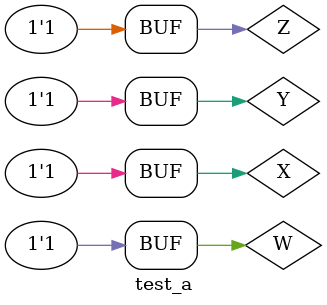
<source format=v>
`timescale 1ns / 1ps


module test_a;
wire OUT;
reg W,X,Y,Z;

a_1 U0(.out(OUT),.w(W),.x(X),.y(Y),.z(Z));
a_2 U1(.out(OUT),.w(W),.x(X),.y(Y),.z(Z));

initial
begin
    W=0; X=0; Y=0; Z=0;
    #10 W=0; X=0; Y=0; Z=1;
    #10 W=0; X=0; Y=1; Z=0;
    #10 W=0; X=0; Y=1; Z=1;
    #10 W=0; X=1; Y=0; Z=0;
    #10 W=0; X=1; Y=0; Z=1;
    #10 W=0; X=1; Y=1; Z=0;
    #10 W=0; X=1; Y=1; Z=1;
    #10 W=1; X=0; Y=0; Z=0;
    #10 W=1; X=0; Y=0; Z=1;
    #10 W=1; X=0; Y=1; Z=0;
    #10 W=1; X=0; Y=1; Z=1;
    #10 W=1; X=1; Y=0; Z=0;
    #10 W=1; X=1; Y=0; Z=1;
    #10 W=1; X=1; Y=1; Z=0;
    #10 W=1; X=1; Y=1; Z=1;
end

endmodule

</source>
